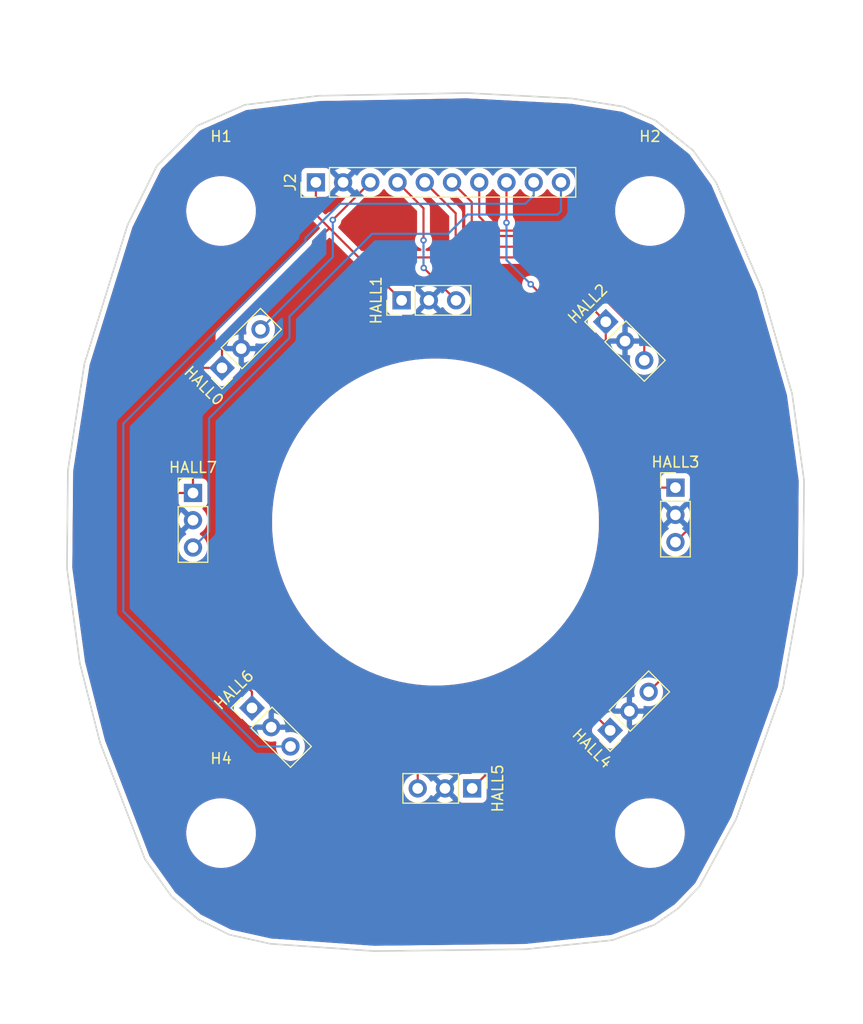
<source format=kicad_pcb>
(kicad_pcb (version 20241229) (generator "pcbnew") (generator_version "9.0")
  (layers (0 "F.Cu" signal) (2 "B.Cu" signal) (13 "F.Paste" user) (15 "B.Paste" user) (5 "F.SilkS" user "F.Silkscreen") (7 "B.SilkS" user "B.Silkscreen") (1 "F.Mask" user) (3 "B.Mask" user) (25 "Edge.Cuts" user))
  (net 0 "")
  (net 1 "Net-(HALL0-GND)")
  (net 2 "Net-(HALL0-OUT)")
  (net 3 "Net-(HALL1-OUT)")
  (net 4 "Net-(HALL2-OUT)")
  (net 5 "Net-(HALL3-OUT)")
  (net 6 "Net-(HALL4-OUT)")
  (net 7 "Net-(HALL5-OUT)")
  (net 8 "Net-(HALL6-OUT)")
  (net 9 "Net-(HALL7-OUT)")
  (net 10 "Net-(HALL0-vcc)")
  (footprint "Connector_PinHeader_2.54mm:PinHeader_1x10_P2.54mm_Vertical" (layer "F.Cu") (at 49.46 42 90)
    (property "Reference" "J2" (at 0 -2.38 90) (layer "F.SilkS"))
    (property "Value" "Conn_01x10")
    (fp_line (start -1.38 -1.38) (end 0 -1.38) (stroke (width 0.12)) (layer "F.SilkS"))
    (fp_line (start -1.38 0) (end -1.38 -1.38) (stroke (width 0.12)) (layer "F.SilkS"))
    (fp_line (start 1.38 1.27) (end 1.38 24.24) (stroke (width 0.12)) (layer "F.SilkS"))
    (fp_line (start -1.38 1.27) (end 1.38 1.27) (stroke (width 0.12)) (layer "F.SilkS"))
    (fp_line (start -1.38 1.27) (end -1.38 24.24) (stroke (width 0.12)) (layer "F.SilkS"))
    (fp_line (start -1.38 24.24) (end 1.38 24.24) (stroke (width 0.12)) (layer "F.SilkS"))
    (pad "1" thru_hole rect (at 0 0 90) (size 1.7 1.7) (drill 1) (layers "*.Cu" "*.Mask") (net 10 "Net-(HALL0-vcc)"))
    (pad "2" thru_hole circle (at 0 2.54 90) (size 1.7 1.7) (drill 1) (layers "*.Cu" "*.Mask") (net 1 "Net-(HALL0-GND)"))
    (pad "3" thru_hole circle (at 0 5.08 90) (size 1.7 1.7) (drill 1) (layers "*.Cu" "*.Mask") (net 2 "Net-(HALL0-OUT)"))
    (pad "4" thru_hole circle (at 0 7.62 90) (size 1.7 1.7) (drill 1) (layers "*.Cu" "*.Mask") (net 3 "Net-(HALL1-OUT)"))
    (pad "5" thru_hole circle (at 0 10.16 90) (size 1.7 1.7) (drill 1) (layers "*.Cu" "*.Mask") (net 4 "Net-(HALL2-OUT)"))
    (pad "6" thru_hole circle (at 0 12.7 90) (size 1.7 1.7) (drill 1) (layers "*.Cu" "*.Mask") (net 5 "Net-(HALL3-OUT)"))
    (pad "7" thru_hole circle (at 0 15.24 90) (size 1.7 1.7) (drill 1) (layers "*.Cu" "*.Mask") (net 6 "Net-(HALL4-OUT)"))
    (pad "8" thru_hole circle (at 0 17.78 90) (size 1.7 1.7) (drill 1) (layers "*.Cu" "*.Mask") (net 7 "Net-(HALL5-OUT)"))
    (pad "9" thru_hole circle (at 0 20.32 90) (size 1.7 1.7) (drill 1) (layers "*.Cu" "*.Mask") (net 8 "Net-(HALL6-OUT)"))
    (pad "10" thru_hole circle (at 0 22.86 90) (size 1.7 1.7) (drill 1) (layers "*.Cu" "*.Mask") (net 9 "Net-(HALL7-OUT)"))
  )
  (footprint "Connector_PinHeader_2.54mm:PinHeader_1x03_P2.54mm_Vertical" (layer "F.Cu") (at 40.703949 59.296051 135)
    (property "Reference" "HALL0" (at 0 -2.38 135) (layer "F.SilkS"))
    (property "Value" "Conn_01x03")
    (fp_line (start 1.38 1.27) (end 1.38 6.46) (stroke (width 0.12)) (layer "F.SilkS"))
    (fp_line (start -1.38 -1.38) (end 0 -1.379999) (stroke (width 0.12)) (layer "F.SilkS"))
    (fp_line (start -1.379999 0) (end -1.38 -1.38) (stroke (width 0.12)) (layer "F.SilkS"))
    (fp_line (start -1.38 1.27) (end 1.38 1.27) (stroke (width 0.12)) (layer "F.SilkS"))
    (fp_line (start -1.38 1.27) (end -1.38 6.46) (stroke (width 0.12)) (layer "F.SilkS"))
    (fp_line (start -1.38 6.46) (end 1.38 6.46) (stroke (width 0.12)) (layer "F.SilkS"))
    (pad "1" thru_hole rect (at 0 0 135) (size 1.7 1.7) (drill 1) (layers "*.Cu" "*.Mask") (net 10 "Net-(HALL0-vcc)"))
    (pad "2" thru_hole circle (at 0 2.54 135) (size 1.7 1.7) (drill 1) (layers "*.Cu" "*.Mask") (net 1 "Net-(HALL0-GND)"))
    (pad "3" thru_hole circle (at 0 5.079999 135) (size 1.7 1.7) (drill 1) (layers "*.Cu" "*.Mask") (net 2 "Net-(HALL0-OUT)"))
  )
  (footprint "MountingHole:MountingHole_6mm" (layer "F.Cu") (at 80.620025 44.670032)
    (property "Reference" "H2" (at 0 -6.95 0) (layer "F.SilkS"))
    (property "Value" "MountingHole")
    (pad "" np_thru_hole circle (at 0 0) (size 6 6) (drill 6) (layers "*.Cu" "*.Mask"))
  )
  (footprint "Connector_PinHeader_2.54mm:PinHeader_1x03_P2.54mm_Vertical" (layer "F.Cu") (at 38 70.96)
    (property "Reference" "HALL7" (at 0 -2.38 0) (layer "F.SilkS"))
    (property "Value" "Conn_01x03")
    (fp_line (start -1.38 -1.38) (end 0 -1.38) (stroke (width 0.12)) (layer "F.SilkS"))
    (fp_line (start -1.38 0) (end -1.38 -1.38) (stroke (width 0.12)) (layer "F.SilkS"))
    (fp_line (start -1.38 1.27) (end -1.38 6.46) (stroke (width 0.12)) (layer "F.SilkS"))
    (fp_line (start -1.38 1.27) (end 1.38 1.27) (stroke (width 0.12)) (layer "F.SilkS"))
    (fp_line (start -1.38 6.46) (end 1.38 6.46) (stroke (width 0.12)) (layer "F.SilkS"))
    (fp_line (start 1.38 1.27) (end 1.38 6.46) (stroke (width 0.12)) (layer "F.SilkS"))
    (pad "1" thru_hole rect (at 0 0) (size 1.7 1.7) (drill 1) (layers "*.Cu" "*.Mask") (net 10 "Net-(HALL0-vcc)"))
    (pad "2" thru_hole circle (at 0 2.54) (size 1.7 1.7) (drill 1) (layers "*.Cu" "*.Mask") (net 1 "Net-(HALL0-GND)"))
    (pad "3" thru_hole circle (at 0 5.08) (size 1.7 1.7) (drill 1) (layers "*.Cu" "*.Mask") (net 9 "Net-(HALL7-OUT)"))
  )
  (footprint "Connector_PinHeader_2.54mm:PinHeader_1x03_P2.54mm_Vertical" (layer "F.Cu") (at 64.04 98.5 -90)
    (property "Reference" "HALL5" (at 0 -2.38 270) (layer "F.SilkS"))
    (property "Value" "Conn_01x03")
    (fp_line (start -1.38 6.46) (end 1.38 6.46) (stroke (width 0.12)) (layer "F.SilkS"))
    (fp_line (start -1.38 1.27) (end -1.38 6.46) (stroke (width 0.12)) (layer "F.SilkS"))
    (fp_line (start -1.38 1.27) (end 1.38 1.27) (stroke (width 0.12)) (layer "F.SilkS"))
    (fp_line (start 1.38 1.27) (end 1.38 6.46) (stroke (width 0.12)) (layer "F.SilkS"))
    (fp_line (start -1.38 0) (end -1.38 -1.38) (stroke (width 0.12)) (layer "F.SilkS"))
    (fp_line (start -1.38 -1.38) (end 0 -1.38) (stroke (width 0.12)) (layer "F.SilkS"))
    (pad "1" thru_hole rect (at 0 0 270) (size 1.7 1.7) (drill 1) (layers "*.Cu" "*.Mask") (net 10 "Net-(HALL0-vcc)"))
    (pad "2" thru_hole circle (at 0 2.54 270) (size 1.7 1.7) (drill 1) (layers "*.Cu" "*.Mask") (net 1 "Net-(HALL0-GND)"))
    (pad "3" thru_hole circle (at 0 5.08 270) (size 1.7 1.7) (drill 1) (layers "*.Cu" "*.Mask") (net 7 "Net-(HALL5-OUT)"))
  )
  (footprint "MountingHole:ToolingHole_1.152mm" (layer "F.Cu") (at 60.620025 73.670032)
    (property "Reference" "H5" (hide yes))
    (property "Value" "MountingHole")
    (pad "" np_thru_hole circle (at 0 0) (size 30 30) (drill 30) (layers "*.Cu" "*.Mask"))
    (zone (net 0) (net_name "") (layers "F.Cu" "B.Cu") (connect_pads (clearance 0)) (min_thickness 0.25)
      (keepout (tracks not_allowed) (vias allowed) (pads allowed) (copperpour not_allowed) (footprints not_allowed))
      (fill (thermal_gap 0.5) (thermal_bridge_width 0.5))
      (polygon (pts (xy 61.320025 73.670032) (xy 61.299684 73.502511) (xy 61.239844 73.344726) (xy 61.143983 73.205846) (xy 61.01767 73.093943) (xy 60.868248 73.015521) (xy 60.704401 72.975136) (xy 60.535649 72.975136) (xy 60.371802 73.015521) (xy 60.22238 73.093943) (xy 60.096067 73.205846) (xy 60.000206 73.344726) (xy 59.940366 73.502511) (xy 59.920025 73.670032) (xy 59.940366 73.837553) (xy 60.000206 73.995338) (xy 60.096067 74.134218) (xy 60.22238 74.246121) (xy 60.371802 74.324543) (xy 60.535649 74.364928) (xy 60.704401 74.364928) (xy 60.868248 74.324543) (xy 61.01767 74.246121) (xy 61.143983 74.134218) (xy 61.239844 73.995338) (xy 61.299684 73.837553)))
    )
  )
  (footprint "MountingHole:MountingHole_6mm" (layer "F.Cu") (at 80.620025 102.670032)
    (property "Reference" "H3" (hide yes))
    (property "Value" "MountingHole")
    (pad "" np_thru_hole circle (at 0 0) (size 6 6) (drill 6) (layers "*.Cu" "*.Mask"))
  )
  (footprint "Connector_PinHeader_2.54mm:PinHeader_1x03_P2.54mm_Vertical" (layer "F.Cu") (at 76.907898 93.092102 135)
    (property "Reference" "HALL4" (at 0 -2.38 135) (layer "F.SilkS"))
    (property "Value" "Conn_01x03")
    (fp_line (start 1.38 1.27) (end 1.38 6.46) (stroke (width 0.12)) (layer "F.SilkS"))
    (fp_line (start -1.38 -1.38) (end 0 -1.379999) (stroke (width 0.12)) (layer "F.SilkS"))
    (fp_line (start -1.379999 0) (end -1.38 -1.38) (stroke (width 0.12)) (layer "F.SilkS"))
    (fp_line (start -1.38 1.27) (end 1.38 1.27) (stroke (width 0.12)) (layer "F.SilkS"))
    (fp_line (start -1.38 1.27) (end -1.38 6.46) (stroke (width 0.12)) (layer "F.SilkS"))
    (fp_line (start -1.38 6.46) (end 1.38 6.46) (stroke (width 0.12)) (layer "F.SilkS"))
    (pad "1" thru_hole rect (at 0 0 135) (size 1.7 1.7) (drill 1) (layers "*.Cu" "*.Mask") (net 10 "Net-(HALL0-vcc)"))
    (pad "2" thru_hole circle (at 0 2.54 135) (size 1.7 1.7) (drill 1) (layers "*.Cu" "*.Mask") (net 1 "Net-(HALL0-GND)"))
    (pad "3" thru_hole circle (at 0 5.079999 135) (size 1.7 1.7) (drill 1) (layers "*.Cu" "*.Mask") (net 6 "Net-(HALL4-OUT)"))
  )
  (footprint "Connector_PinHeader_2.54mm:PinHeader_1x03_P2.54mm_Vertical" (layer "F.Cu") (at 76.5 55 45)
    (property "Reference" "HALL2" (at 0 -2.38 45) (layer "F.SilkS"))
    (property "Value" "Conn_01x03")
    (fp_line (start -1.38 -1.38) (end 0 -1.379999) (stroke (width 0.12)) (layer "F.SilkS"))
    (fp_line (start -1.379999 0) (end -1.38 -1.38) (stroke (width 0.12)) (layer "F.SilkS"))
    (fp_line (start -1.38 1.27) (end 1.38 1.27) (stroke (width 0.12)) (layer "F.SilkS"))
    (fp_line (start -1.38 1.27) (end -1.38 6.46) (stroke (width 0.12)) (layer "F.SilkS"))
    (fp_line (start 1.38 1.27) (end 1.38 6.46) (stroke (width 0.12)) (layer "F.SilkS"))
    (fp_line (start -1.38 6.46) (end 1.38 6.46) (stroke (width 0.12)) (layer "F.SilkS"))
    (pad "1" thru_hole rect (at 0 0 45) (size 1.7 1.7) (drill 1) (layers "*.Cu" "*.Mask") (net 10 "Net-(HALL0-vcc)"))
    (pad "2" thru_hole circle (at 0 2.54 45) (size 1.7 1.7) (drill 1) (layers "*.Cu" "*.Mask") (net 1 "Net-(HALL0-GND)"))
    (pad "3" thru_hole circle (at 0 5.079999 45) (size 1.7 1.7) (drill 1) (layers "*.Cu" "*.Mask") (net 4 "Net-(HALL2-OUT)"))
  )
  (footprint "Connector_PinHeader_2.54mm:PinHeader_1x03_P2.54mm_Vertical" (layer "F.Cu") (at 43.5 91 45)
    (property "Reference" "HALL6" (at 0 -2.38 45) (layer "F.SilkS"))
    (property "Value" "Conn_01x03")
    (fp_line (start -1.38 -1.38) (end 0 -1.379999) (stroke (width 0.12)) (layer "F.SilkS"))
    (fp_line (start -1.379999 0) (end -1.38 -1.38) (stroke (width 0.12)) (layer "F.SilkS"))
    (fp_line (start -1.38 1.27) (end 1.38 1.27) (stroke (width 0.12)) (layer "F.SilkS"))
    (fp_line (start -1.38 1.27) (end -1.38 6.46) (stroke (width 0.12)) (layer "F.SilkS"))
    (fp_line (start 1.38 1.27) (end 1.38 6.46) (stroke (width 0.12)) (layer "F.SilkS"))
    (fp_line (start -1.38 6.46) (end 1.38 6.46) (stroke (width 0.12)) (layer "F.SilkS"))
    (pad "1" thru_hole rect (at 0 0 45) (size 1.7 1.7) (drill 1) (layers "*.Cu" "*.Mask") (net 10 "Net-(HALL0-vcc)"))
    (pad "2" thru_hole circle (at 0 2.54 45) (size 1.7 1.7) (drill 1) (layers "*.Cu" "*.Mask") (net 1 "Net-(HALL0-GND)"))
    (pad "3" thru_hole circle (at 0 5.079999 45) (size 1.7 1.7) (drill 1) (layers "*.Cu" "*.Mask") (net 8 "Net-(HALL6-OUT)"))
  )
  (footprint "MountingHole:MountingHole_6mm" (layer "F.Cu") (at 40.620025 102.670032)
    (property "Reference" "H4" (at 0 -6.95 0) (layer "F.SilkS"))
    (property "Value" "MountingHole")
    (pad "" np_thru_hole circle (at 0 0) (size 6 6) (drill 6) (layers "*.Cu" "*.Mask"))
  )
  (footprint "Connector_PinHeader_2.54mm:PinHeader_1x03_P2.54mm_Vertical" (layer "F.Cu") (at 83 70.46)
    (property "Reference" "HALL3" (at 0 -2.38 0) (layer "F.SilkS"))
    (property "Value" "Conn_01x03")
    (fp_line (start -1.38 -1.38) (end 0 -1.38) (stroke (width 0.12)) (layer "F.SilkS"))
    (fp_line (start -1.38 0) (end -1.38 -1.38) (stroke (width 0.12)) (layer "F.SilkS"))
    (fp_line (start -1.38 1.27) (end -1.38 6.46) (stroke (width 0.12)) (layer "F.SilkS"))
    (fp_line (start -1.38 1.27) (end 1.38 1.27) (stroke (width 0.12)) (layer "F.SilkS"))
    (fp_line (start -1.38 6.46) (end 1.38 6.46) (stroke (width 0.12)) (layer "F.SilkS"))
    (fp_line (start 1.38 1.27) (end 1.38 6.46) (stroke (width 0.12)) (layer "F.SilkS"))
    (pad "1" thru_hole rect (at 0 0) (size 1.7 1.7) (drill 1) (layers "*.Cu" "*.Mask") (net 10 "Net-(HALL0-vcc)"))
    (pad "2" thru_hole circle (at 0 2.54) (size 1.7 1.7) (drill 1) (layers "*.Cu" "*.Mask") (net 1 "Net-(HALL0-GND)"))
    (pad "3" thru_hole circle (at 0 5.08) (size 1.7 1.7) (drill 1) (layers "*.Cu" "*.Mask") (net 5 "Net-(HALL3-OUT)"))
  )
  (footprint "MountingHole:MountingHole_6mm" (layer "F.Cu") (at 40.620025 44.670032)
    (property "Reference" "H1" (at 0 -6.95 0) (layer "F.SilkS"))
    (property "Value" "MountingHole")
    (pad "" np_thru_hole circle (at 0 0) (size 6 6) (drill 6) (layers "*.Cu" "*.Mask"))
  )
  (footprint "Connector_PinHeader_2.54mm:PinHeader_1x03_P2.54mm_Vertical" (layer "F.Cu") (at 57.46 53 90)
    (property "Reference" "HALL1" (at 0 -2.38 90) (layer "F.SilkS"))
    (property "Value" "Conn_01x03")
    (fp_line (start -1.38 -1.38) (end 0 -1.38) (stroke (width 0.12)) (layer "F.SilkS"))
    (fp_line (start -1.38 0) (end -1.38 -1.38) (stroke (width 0.12)) (layer "F.SilkS"))
    (fp_line (start 1.38 1.27) (end 1.38 6.46) (stroke (width 0.12)) (layer "F.SilkS"))
    (fp_line (start -1.38 1.27) (end 1.38 1.27) (stroke (width 0.12)) (layer "F.SilkS"))
    (fp_line (start -1.38 1.27) (end -1.38 6.46) (stroke (width 0.12)) (layer "F.SilkS"))
    (fp_line (start -1.38 6.46) (end 1.38 6.46) (stroke (width 0.12)) (layer "F.SilkS"))
    (pad "1" thru_hole rect (at 0 0 90) (size 1.7 1.7) (drill 1) (layers "*.Cu" "*.Mask") (net 10 "Net-(HALL0-vcc)"))
    (pad "2" thru_hole circle (at 0 2.54 90) (size 1.7 1.7) (drill 1) (layers "*.Cu" "*.Mask") (net 1 "Net-(HALL0-GND)"))
    (pad "3" thru_hole circle (at 0 5.08 90) (size 1.7 1.7) (drill 1) (layers "*.Cu" "*.Mask") (net 3 "Net-(HALL1-OUT)"))
  )
  (gr_line (start 26.245025 77.963337) (end 26.330535 68.866631) (stroke (width 0.15)) (layer "Edge.Cuts"))
  (gr_line (start 77.123445 112.649841) (end 69 113.5) (stroke (width 0.15)) (layer "Edge.Cuts"))
  (gr_line (start 42.833955 34.775239) (end 49.760261 33.92508) (stroke (width 0.15)) (layer "Edge.Cuts"))
  (gr_line (start 91.061567 51.948459) (end 93.883396 61.725292) (stroke (width 0.15)) (layer "Edge.Cuts"))
  (gr_line (start 81.142413 36.22051) (end 84.648321 39.026036) (stroke (width 0.15)) (layer "Edge.Cuts"))
  (gr_line (start 27.869714 58.919766) (end 31.888682 45.997343) (stroke (width 0.15)) (layer "Edge.Cuts"))
  (gr_line (start 94.909515 78.558449) (end 93.028296 89.185441) (stroke (width 0.15)) (layer "Edge.Cuts"))
  (gr_line (start 54.890858 113.670032) (end 45.228234 112.989904) (stroke (width 0.15)) (layer "Edge.Cuts"))
  (gr_line (start 33.513371 105.083422) (end 29.323383 94.201382) (stroke (width 0.15)) (layer "Edge.Cuts"))
  (gr_line (start 84.648321 39.026036) (end 86.78607 42.001594) (stroke (width 0.15)) (layer "Edge.Cuts"))
  (gr_line (start 49.760261 33.92508) (end 63.527363 33.670032) (stroke (width 0.15)) (layer "Edge.Cuts"))
  (gr_line (start 41.380286 112.139745) (end 38.472948 110.694474) (stroke (width 0.15)) (layer "Edge.Cuts"))
  (gr_line (start 27.442164 86.804995) (end 26.245025 77.963337) (stroke (width 0.15)) (layer "Edge.Cuts"))
  (gr_line (start 85.246891 107.6339) (end 83.280162 109.674283) (stroke (width 0.15)) (layer "Edge.Cuts"))
  (gr_line (start 35.993159 108.569076) (end 33.513371 105.083422) (stroke (width 0.15)) (layer "Edge.Cuts"))
  (gr_line (start 69 113.5) (end 54.890858 113.670032) (stroke (width 0.15)) (layer "Edge.Cuts"))
  (gr_line (start 34.625 40.471307) (end 38.387438 36.730606) (stroke (width 0.15)) (layer "Edge.Cuts"))
  (gr_line (start 73.361008 34.180128) (end 78.149565 34.945271) (stroke (width 0.15)) (layer "Edge.Cuts"))
  (gr_line (start 78.149565 34.945271) (end 81.142413 36.22051) (stroke (width 0.15)) (layer "Edge.Cuts"))
  (gr_line (start 81.056903 111.20457) (end 77.123445 112.649841) (stroke (width 0.15)) (layer "Edge.Cuts"))
  (gr_line (start 83.280162 109.674283) (end 81.056903 111.20457) (stroke (width 0.15)) (layer "Edge.Cuts"))
  (gr_line (start 38.387438 36.730606) (end 42.833955 34.775239) (stroke (width 0.15)) (layer "Edge.Cuts"))
  (gr_line (start 94.995025 69.801807) (end 94.909515 78.558449) (stroke (width 0.15)) (layer "Edge.Cuts"))
  (gr_line (start 45.228234 112.989904) (end 41.380286 112.139745) (stroke (width 0.15)) (layer "Edge.Cuts"))
  (gr_line (start 26.330535 68.866631) (end 27.869714 58.919766) (stroke (width 0.15)) (layer "Edge.Cuts"))
  (gr_line (start 63.527363 33.670032) (end 73.361008 34.180128) (stroke (width 0.15)) (layer "Edge.Cuts"))
  (gr_line (start 31.888682 45.997343) (end 34.625 40.471307) (stroke (width 0.15)) (layer "Edge.Cuts"))
  (gr_line (start 93.028296 89.185441) (end 88.667289 101.342721) (stroke (width 0.15)) (layer "Edge.Cuts"))
  (gr_line (start 38.472948 110.694474) (end 35.993159 108.569076) (stroke (width 0.15)) (layer "Edge.Cuts"))
  (gr_line (start 29.323383 94.201382) (end 27.442164 86.804995) (stroke (width 0.15)) (layer "Edge.Cuts"))
  (gr_line (start 93.883396 61.725292) (end 94.995025 69.801807) (stroke (width 0.15)) (layer "Edge.Cuts"))
  (gr_line (start 86.78607 42.001594) (end 91.061567 51.948459) (stroke (width 0.15)) (layer "Edge.Cuts"))
  (gr_line (start 88.667289 101.342721) (end 85.246891 107.6339) (stroke (width 0.15)) (layer "Edge.Cuts"))
  (segment (start 51.04 45.5) (end 51 45.5) (width 0.2) (layer "F.Cu") (net 2))
  (segment (start 54.54 42) (end 51.04 45.5) (width 0.2) (layer "F.Cu") (net 2))
  (via (at 51.04 45.5) (size 0.6) (drill 0.3) (layers "F.Cu" "B.Cu") (net 2))
  (segment (start 44.296051 55.703949) (end 51.04 48.96) (width 0.2) (layer "B.Cu") (net 2))
  (segment (start 51.04 48.96) (end 51.04 45.5) (width 0.2) (layer "B.Cu") (net 2))
  (segment (start 59.5 44.42) (end 59.5 47.399) (width 0.2) (layer "F.Cu") (net 3))
  (segment (start 59.52 49.98) (end 59.5 49.96) (width 0.2) (layer "F.Cu") (net 3))
  (segment (start 62.54 53) (end 59.52 49.98) (width 0.2) (layer "F.Cu") (net 3))
  (segment (start 57.08 42) (end 59.5 44.42) (width 0.2) (layer "F.Cu") (net 3))
  (via (at 59.5 47.399) (size 0.6) (drill 0.3) (layers "F.Cu" "B.Cu") (net 3))
  (via (at 59.52 49.98) (size 0.6) (drill 0.3) (layers "F.Cu" "B.Cu") (net 3))
  (segment (start 59.5 49.96) (end 59.52 49.98) (width 0.2) (layer "B.Cu") (net 3))
  (segment (start 59.5 47.399) (end 59.5 49.96) (width 0.2) (layer "B.Cu") (net 3))
  (segment (start 59.62 42) (end 62.5 44.88) (width 0.2) (layer "F.Cu") (net 4))
  (segment (start 62.5 48) (end 71.5 48) (width 0.2) (layer "F.Cu") (net 4))
  (segment (start 71.5 48) (end 80.092102 56.592102) (width 0.2) (layer "F.Cu") (net 4))
  (segment (start 62.5 44.88) (end 62.5 48) (width 0.2) (layer "F.Cu") (net 4))
  (segment (start 80.092102 56.592102) (end 80.092102 58.592102) (width 0.2) (layer "F.Cu") (net 4))
  (segment (start 64 47) (end 71.5 47) (width 0.2) (layer "F.Cu") (net 5))
  (segment (start 84.5 60) (end 84.5 74.04) (width 0.2) (layer "F.Cu") (net 5))
  (segment (start 71.5 47) (end 84.5 60) (width 0.2) (layer "F.Cu") (net 5))
  (segment (start 62.16 42) (end 64 43.84) (width 0.2) (layer "F.Cu") (net 5))
  (segment (start 84.5 74.04) (end 83 75.54) (width 0.2) (layer "F.Cu") (net 5))
  (segment (start 64 43.84) (end 64 47) (width 0.2) (layer "F.Cu") (net 5))
  (segment (start 64.7 45.2) (end 64.7 42) (width 0.2) (layer "F.Cu") (net 6))
  (segment (start 85 85) (end 85 59) (width 0.2) (layer "F.Cu") (net 6))
  (segment (start 80.5 89.5) (end 85 85) (width 0.2) (layer "F.Cu") (net 6))
  (segment (start 85 59) (end 72.5 46.5) (width 0.2) (layer "F.Cu") (net 6))
  (segment (start 64.7 45.2) (end 66 46.5) (width 0.2) (layer "F.Cu") (net 6))
  (segment (start 72.5 46.5) (end 66 46.5) (width 0.2) (layer "F.Cu") (net 6))
  (segment (start 71.5 53.5) (end 69.5 51.5) (width 0.2) (layer "F.Cu") (net 7))
  (segment (start 75 60) (end 75 59) (width 0.2) (layer "F.Cu") (net 7))
  (segment (start 75 57) (end 71.5 53.5) (width 0.2) (layer "F.Cu") (net 7))
  (segment (start 72 88.5) (end 73.5 88.5) (width 0.2) (layer "F.Cu") (net 7))
  (segment (start 58.96 98.5) (end 58.96 97.04) (width 0.2) (layer "F.Cu") (net 7))
  (segment (start 64.5 96) (end 72 88.5) (width 0.2) (layer "F.Cu") (net 7))
  (segment (start 58.96 97.04) (end 60 96) (width 0.2) (layer "F.Cu") (net 7))
  (segment (start 73.5 88.5) (end 74 88.5) (width 0.2) (layer "F.Cu") (net 7))
  (segment (start 60 96) (end 64.5 96) (width 0.2) (layer "F.Cu") (net 7))
  (segment (start 78 84.5) (end 78 63) (width 0.2) (layer "F.Cu") (net 7))
  (segment (start 67.24 42) (end 67.24 45.76) (width 0.2) (layer "F.Cu") (net 7))
  (segment (start 78 63) (end 75 60) (width 0.2) (layer "F.Cu") (net 7))
  (segment (start 75 59) (end 75 57) (width 0.2) (layer "F.Cu") (net 7))
  (segment (start 74 88.5) (end 78 84.5) (width 0.2) (layer "F.Cu") (net 7))
  (via (at 67.24 45.76) (size 0.6) (drill 0.3) (layers "F.Cu" "B.Cu") (net 7))
  (via (at 69.5 51.5) (size 0.6) (drill 0.3) (layers "F.Cu" "B.Cu") (net 7))
  (segment (start 67.24 45.76) (end 67.24 49.24) (width 0.2) (layer "B.Cu") (net 7))
  (segment (start 67.24 49.24) (end 69.5 51.5) (width 0.2) (layer "B.Cu") (net 7))
  (segment (start 44.092102 94.592102) (end 47.092102 94.592102) (width 0.2) (layer "B.Cu") (net 8))
  (segment (start 69.78 42) (end 69.78 43.22) (width 0.2) (layer "B.Cu") (net 8))
  (segment (start 31.5 64.5) (end 31.5 82) (width 0.2) (layer "B.Cu") (net 8))
  (segment (start 69.78 43.22) (end 69 44) (width 0.2) (layer "B.Cu") (net 8))
  (segment (start 51.690057 44) (end 48.5 47.190057) (width 0.2) (layer "B.Cu") (net 8))
  (segment (start 48.5 47.190057) (end 48.5 47.5) (width 0.2) (layer "B.Cu") (net 8))
  (segment (start 31.5 82) (end 44.092102 94.592102) (width 0.2) (layer "B.Cu") (net 8))
  (segment (start 48.5 47.5) (end 31.5 64.5) (width 0.2) (layer "B.Cu") (net 8))
  (segment (start 69 44) (end 51.690057 44) (width 0.2) (layer "B.Cu") (net 8))
  (segment (start 38 76.04) (end 39.5 74.54) (width 0.2) (layer "B.Cu") (net 9))
  (segment (start 72 45) (end 72.32 44.68) (width 0.2) (layer "B.Cu") (net 9))
  (segment (start 47 56.5) (end 47 54.5) (width 0.2) (layer "B.Cu") (net 9))
  (segment (start 47 54.5) (end 54.702 46.798) (width 0.2) (layer "B.Cu") (net 9))
  (segment (start 63.596 45) (end 72 45) (width 0.2) (layer "B.Cu") (net 9))
  (segment (start 61.798 46.798) (end 63.596 45) (width 0.2) (layer "B.Cu") (net 9))
  (segment (start 39.5 74.54) (end 39.5 64) (width 0.2) (layer "B.Cu") (net 9))
  (segment (start 54.702 46.798) (end 61.798 46.798) (width 0.2) (layer "B.Cu") (net 9))
  (segment (start 72.32 44.68) (end 72.32 42) (width 0.2) (layer "B.Cu") (net 9))
  (segment (start 39.5 64) (end 47 56.5) (width 0.2) (layer "B.Cu") (net 9))
  (segment (start 79.5 70.5) (end 79.54 70.46) (width 0.2) (layer "F.Cu") (net 10))
  (segment (start 35.54 70.96) (end 38 70.96) (width 0.2) (layer "F.Cu") (net 10))
  (segment (start 76.5 55) (end 76.5 60) (width 0.2) (layer "F.Cu") (net 10))
  (segment (start 76.5 55) (end 70.5 49) (width 0.2) (layer "F.Cu") (net 10))
  (segment (start 79 84.815796) (end 79 70.5) (width 0.2) (layer "F.Cu") (net 10))
  (segment (start 64.04 98.5) (end 72.54 90) (width 0.2) (layer "F.Cu") (net 10))
  (segment (start 43.5 89.5) (end 35.5 81.5) (width 0.2) (layer "F.Cu") (net 10))
  (segment (start 53.48 49.02) (end 57.46 53) (width 0.2) (layer "F.Cu") (net 10))
  (segment (start 50.73 46.27) (end 53.48 49.02) (width 0.2) (layer "F.Cu") (net 10))
  (segment (start 53.5 49) (end 53.48 49.02) (width 0.2) (layer "F.Cu") (net 10))
  (segment (start 72.54 90) (end 73.815796 90) (width 0.2) (layer "F.Cu") (net 10))
  (segment (start 33.5 64.5) (end 38.703949 59.296051) (width 0.2) (layer "F.Cu") (net 10))
  (segment (start 38.703949 59.296051) (end 40.703949 59.296051) (width 0.2) (layer "F.Cu") (net 10))
  (segment (start 40.703949 56.296051) (end 50.73 46.27) (width 0.2) (layer "F.Cu") (net 10))
  (segment (start 35.5 71) (end 35.54 70.96) (width 0.2) (layer "F.Cu") (net 10))
  (segment (start 40.703949 59.296051) (end 40.703949 56.296051) (width 0.2) (layer "F.Cu") (net 10))
  (segment (start 35.5 81.5) (end 35.5 71) (width 0.2) (layer "F.Cu") (net 10))
  (segment (start 49.73 45.27) (end 50.73 46.27) (width 0.2) (layer "F.Cu") (net 10))
  (segment (start 79 62.5) (end 79 70.5) (width 0.2) (layer "F.Cu") (net 10))
  (segment (start 38 69) (end 33.5 64.5) (width 0.2) (layer "F.Cu") (net 10))
  (segment (start 43.5 91) (end 43.5 89.5) (width 0.2) (layer "F.Cu") (net 10))
  (segment (start 79 70.5) (end 79.5 70.5) (width 0.2) (layer "F.Cu") (net 10))
  (segment (start 49.46 45) (end 49.73 45.27) (width 0.2) (layer "F.Cu") (net 10))
  (segment (start 73.815796 90) (end 79 84.815796) (width 0.2) (layer "F.Cu") (net 10))
  (segment (start 76.5 60) (end 79 62.5) (width 0.2) (layer "F.Cu") (net 10))
  (segment (start 79.54 70.46) (end 83 70.46) (width 0.2) (layer "F.Cu") (net 10))
  (segment (start 38 70.96) (end 38 69) (width 0.2) (layer "F.Cu") (net 10))
  (segment (start 49.46 42) (end 49.46 45) (width 0.2) (layer "F.Cu") (net 10))
  (segment (start 70.5 49) (end 53.5 49) (width 0.2) (layer "F.Cu") (net 10))
  (segment (start 73.815796 90) (end 76.907898 93.092102) (width 0.2) (layer "F.Cu") (net 10))
  (zone (net 0) (net_name "") (layer "F.Cu") (priority 1) (connect_pads (clearance 0.5)) (min_thickness 0.25) (fill yes (thermal_gap 0.5) (thermal_bridge_width 0.5) (island_removal_mode 1) (island_area_min 10))
    (polygon (pts (xy 99.5 28) (xy 100.5 119.5) (xy 22.5 120) (xy 23.5 28)))
  )
  (zone (net 1) (net_name "Net-(HALL0-GND)") (layer "B.Cu") (connect_pads (clearance 0.5)) (min_thickness 0.25) (fill yes (thermal_gap 0.5) (thermal_bridge_width 0.5))
    (polygon (pts (xy 100 25) (xy 100 120.5) (xy 20 120) (xy 20 25)))
  )
)
</source>
